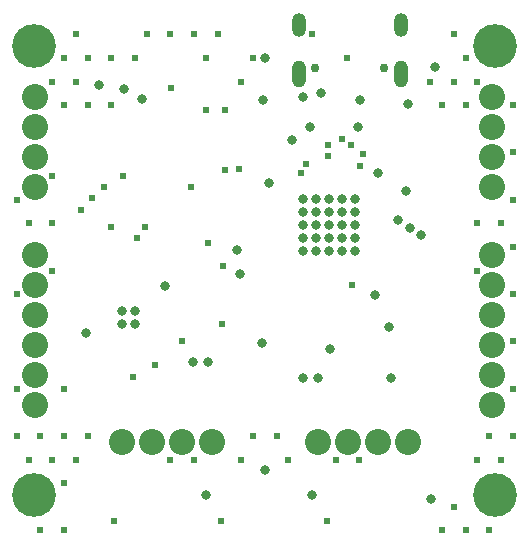
<source format=gbr>
%TF.GenerationSoftware,Altium Limited,Altium Designer,24.5.2 (23)*%
G04 Layer_Color=16711935*
%FSLAX45Y45*%
%MOMM*%
%TF.SameCoordinates,5BA462C2-C504-45FF-B61C-4F2A3F915A71*%
%TF.FilePolarity,Negative*%
%TF.FileFunction,Soldermask,Bot*%
%TF.Part,Single*%
G01*
G75*
%TA.AperFunction,ViaPad*%
%ADD79C,3.70320*%
%TA.AperFunction,ComponentPad*%
%ADD80C,2.20320*%
%TA.AperFunction,TestPad*%
%ADD81O,1.20320X2.30320*%
%ADD82C,0.75000*%
%ADD83O,1.20320X2.00320*%
%TA.AperFunction,ViaPad*%
%ADD84C,0.60320*%
%ADD85C,0.80320*%
D79*
X4950000Y11100000D02*
D03*
Y7300000D02*
D03*
X8850000Y11100000D02*
D03*
Y7300000D02*
D03*
D80*
X4953000Y9334500D02*
D03*
Y9080500D02*
D03*
Y8826500D02*
D03*
Y8572500D02*
D03*
Y8064500D02*
D03*
Y8318500D02*
D03*
Y10668000D02*
D03*
Y10414000D02*
D03*
Y9906000D02*
D03*
Y10160000D02*
D03*
X8826500Y9334500D02*
D03*
Y9080500D02*
D03*
Y8826500D02*
D03*
Y8572500D02*
D03*
Y8064500D02*
D03*
Y8318500D02*
D03*
Y10668000D02*
D03*
Y10414000D02*
D03*
Y9906000D02*
D03*
Y10160000D02*
D03*
X7604000Y7750000D02*
D03*
X7350000D02*
D03*
X7858000D02*
D03*
X8112000D02*
D03*
X6450000D02*
D03*
X6196000D02*
D03*
X5688000D02*
D03*
X5942000D02*
D03*
D81*
X7185500Y10862251D02*
D03*
X8049500D02*
D03*
D82*
X7906500Y10912250D02*
D03*
X7328500D02*
D03*
D83*
X8049500Y11280250D02*
D03*
X7185500D02*
D03*
D84*
X9000005Y10600006D02*
D03*
Y10200006D02*
D03*
Y9800005D02*
D03*
Y9400005D02*
D03*
Y9000005D02*
D03*
Y8600005D02*
D03*
Y8200004D02*
D03*
Y7800004D02*
D03*
X8900005Y9600005D02*
D03*
X8800005Y7800004D02*
D03*
X8900005Y7600004D02*
D03*
X8800005Y7000004D02*
D03*
X8600005Y11000006D02*
D03*
X8700005Y10800006D02*
D03*
X8600005Y10600006D02*
D03*
X8700005Y9600005D02*
D03*
Y9200005D02*
D03*
Y7600004D02*
D03*
X8600005Y7000004D02*
D03*
X8500005Y11200006D02*
D03*
Y10800006D02*
D03*
X8400005Y10600006D02*
D03*
X8500005Y7200004D02*
D03*
X8400005Y7000004D02*
D03*
X8300004Y10800006D02*
D03*
X7600004Y11000006D02*
D03*
X7700004Y7600004D02*
D03*
X7500004D02*
D03*
X7300004Y11200006D02*
D03*
X7000004Y7800004D02*
D03*
X7100004Y7600004D02*
D03*
X6800004Y11000006D02*
D03*
Y7800004D02*
D03*
X6700004Y10800006D02*
D03*
Y7600004D02*
D03*
X6500004Y11200006D02*
D03*
X6400003Y11000006D02*
D03*
X6300003Y11200006D02*
D03*
X6200003Y8600005D02*
D03*
X6300003Y7600004D02*
D03*
X6100003Y11200006D02*
D03*
Y7600004D02*
D03*
X5900003Y11200006D02*
D03*
X5800003Y11000006D02*
D03*
X5600003D02*
D03*
Y10600006D02*
D03*
X5700003Y10000005D02*
D03*
X5400003Y11000006D02*
D03*
Y10600006D02*
D03*
Y7800004D02*
D03*
X5300003Y11200006D02*
D03*
X5200003Y11000006D02*
D03*
X5300003Y10800006D02*
D03*
X5200003Y10600006D02*
D03*
Y8200004D02*
D03*
Y7800004D02*
D03*
X5300003Y7600004D02*
D03*
X5200003Y7400004D02*
D03*
Y7000004D02*
D03*
X5100003Y10800006D02*
D03*
Y10000005D02*
D03*
Y9600005D02*
D03*
Y9200005D02*
D03*
X5000003Y7800004D02*
D03*
X5100003Y7600004D02*
D03*
X5000003Y7000004D02*
D03*
X4800003Y9800005D02*
D03*
X4900003Y9600005D02*
D03*
X4800003Y9000005D02*
D03*
Y8200004D02*
D03*
Y7800004D02*
D03*
X4900003Y7600004D02*
D03*
X7637500Y9081284D02*
D03*
X5625000Y7082500D02*
D03*
X7425000D02*
D03*
X6525000D02*
D03*
X5972500Y8397500D02*
D03*
X5435000Y9812500D02*
D03*
X5342500Y9710000D02*
D03*
X5540000Y9905000D02*
D03*
X5817500Y9477500D02*
D03*
X5600000Y9570000D02*
D03*
X5887500Y9567500D02*
D03*
X6417500Y9437500D02*
D03*
X6677500Y10062500D02*
D03*
X6272500Y9910000D02*
D03*
X6562500Y10055000D02*
D03*
X5782500Y8295000D02*
D03*
X6537500Y8745000D02*
D03*
X6542500Y9242500D02*
D03*
X6398839Y10557500D02*
D03*
X7247500Y10105000D02*
D03*
X6560000Y10557500D02*
D03*
X6105000Y10747500D02*
D03*
X7702500Y10087500D02*
D03*
X7727500Y10187500D02*
D03*
X7630000Y10260000D02*
D03*
X7552500Y10315000D02*
D03*
X7432500Y10170000D02*
D03*
X7437500Y10265000D02*
D03*
X7210000Y10027500D02*
D03*
D85*
X7947500Y8720000D02*
D03*
X7454959Y8536553D02*
D03*
X6876710Y8588291D02*
D03*
X8095000Y9870000D02*
D03*
X8345000Y10922500D02*
D03*
X8113750Y10613750D02*
D03*
X7222500Y10670000D02*
D03*
X6905000Y11002500D02*
D03*
X5860000Y10652500D02*
D03*
X5492500Y10770000D02*
D03*
X8310000Y7267500D02*
D03*
X7300000Y7300000D02*
D03*
X6400000D02*
D03*
X6905000Y7507500D02*
D03*
X5687500Y8860000D02*
D03*
X5797500D02*
D03*
Y8750000D02*
D03*
X5687500D02*
D03*
X6935000Y9942500D02*
D03*
X5385000Y8670000D02*
D03*
X6052500Y9067500D02*
D03*
X6420000Y8430000D02*
D03*
X6290000D02*
D03*
X7225000Y8292500D02*
D03*
X7352500D02*
D03*
X7970000D02*
D03*
X5707500Y10737500D02*
D03*
X6662500Y9370000D02*
D03*
X7127500Y10305000D02*
D03*
X8220000Y9497500D02*
D03*
X8027500Y9625000D02*
D03*
X7832500Y8995000D02*
D03*
X8127500Y9560000D02*
D03*
X7282500Y10412500D02*
D03*
X7687500D02*
D03*
X7857500Y10030000D02*
D03*
X6692500Y9172500D02*
D03*
X6885000Y10645000D02*
D03*
X7710000Y10640000D02*
D03*
X7377500Y10700000D02*
D03*
X7222500Y9367500D02*
D03*
Y9477500D02*
D03*
Y9587500D02*
D03*
Y9697500D02*
D03*
Y9807500D02*
D03*
X7332500Y9367500D02*
D03*
Y9477500D02*
D03*
Y9587500D02*
D03*
Y9697500D02*
D03*
Y9807500D02*
D03*
X7442500Y9367500D02*
D03*
Y9477500D02*
D03*
Y9587500D02*
D03*
Y9697500D02*
D03*
Y9807500D02*
D03*
X7552500Y9367500D02*
D03*
Y9477500D02*
D03*
Y9587500D02*
D03*
Y9697500D02*
D03*
Y9807500D02*
D03*
X7662500Y9367500D02*
D03*
Y9477500D02*
D03*
Y9587500D02*
D03*
Y9697500D02*
D03*
Y9807500D02*
D03*
%TF.MD5,919ae249dea6d5a62a00c6c5a27db03a*%
M02*

</source>
